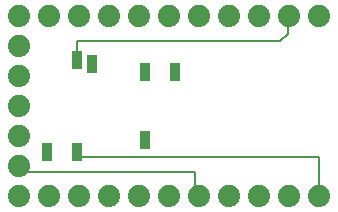
<source format=gbl>
G04 DipTrace 3.3.1.3*
G04 T41_castellated.gbl*
%MOIN*%
G04 #@! TF.FileFunction,Copper,L2,Bot*
G04 #@! TF.Part,Single*
G04 #@! TA.AperFunction,Conductor*
%ADD13C,0.008*%
G04 #@! TA.AperFunction,ComponentPad*
%ADD14R,0.035433X0.059055*%
%ADD16C,0.074*%
%ADD17R,0.035433X0.062992*%
%FSLAX26Y26*%
G04*
G70*
G90*
G75*
G01*
G04 Bottom*
%LPD*%
X640700Y902243D2*
D13*
Y963700D1*
X1318700D1*
X1343700Y988700D1*
Y1043700D1*
X1348700Y1048700D1*
X640700Y595157D2*
Y591700D1*
X653700Y578700D1*
X1448700D1*
Y448700D1*
X448700Y548700D2*
Y543700D1*
X463700Y528700D1*
X1033700D1*
Y463700D1*
X1048700Y448700D1*
D14*
X966700Y862873D3*
X866700D3*
Y634527D3*
D16*
X448700Y548700D3*
Y648700D3*
Y748700D3*
Y848700D3*
Y948700D3*
D17*
X690700Y886495D3*
X640700Y902243D3*
X540700Y595157D3*
X640700D3*
D16*
X1448700Y448700D3*
X1348700D3*
X1248700D3*
X1148700D3*
X1048700D3*
X948700D3*
X848700D3*
X748700D3*
X648700D3*
X548700D3*
X448700D3*
X1448700Y1048700D3*
X1348700D3*
X1248700D3*
X1148700D3*
X1048700D3*
X948700D3*
X848700D3*
X748700D3*
X648700D3*
X548700D3*
X448700D3*
M02*

</source>
